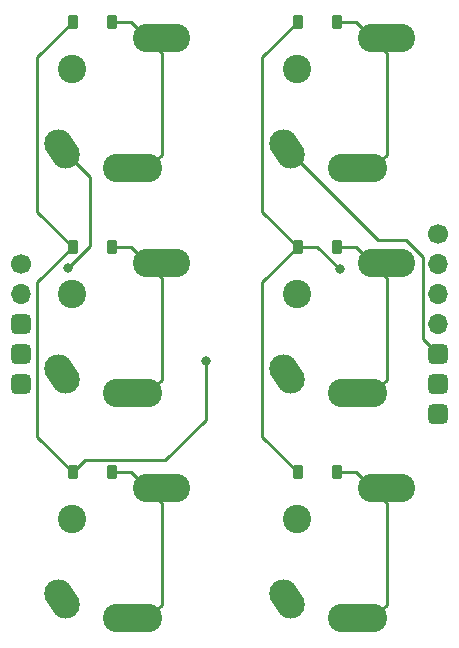
<source format=gbl>
G04 #@! TF.GenerationSoftware,KiCad,Pcbnew,7.0.5*
G04 #@! TF.CreationDate,2023-07-24T08:23:29+08:00*
G04 #@! TF.ProjectId,LA,4c412e6b-6963-4616-945f-706362585858,rev?*
G04 #@! TF.SameCoordinates,Original*
G04 #@! TF.FileFunction,Copper,L2,Bot*
G04 #@! TF.FilePolarity,Positive*
%FSLAX46Y46*%
G04 Gerber Fmt 4.6, Leading zero omitted, Abs format (unit mm)*
G04 Created by KiCad (PCBNEW 7.0.5) date 2023-07-24 08:23:29*
%MOMM*%
%LPD*%
G01*
G04 APERTURE LIST*
G04 Aperture macros list*
%AMRoundRect*
0 Rectangle with rounded corners*
0 $1 Rounding radius*
0 $2 $3 $4 $5 $6 $7 $8 $9 X,Y pos of 4 corners*
0 Add a 4 corners polygon primitive as box body*
4,1,4,$2,$3,$4,$5,$6,$7,$8,$9,$2,$3,0*
0 Add four circle primitives for the rounded corners*
1,1,$1+$1,$2,$3*
1,1,$1+$1,$4,$5*
1,1,$1+$1,$6,$7*
1,1,$1+$1,$8,$9*
0 Add four rect primitives between the rounded corners*
20,1,$1+$1,$2,$3,$4,$5,0*
20,1,$1+$1,$4,$5,$6,$7,0*
20,1,$1+$1,$6,$7,$8,$9,0*
20,1,$1+$1,$8,$9,$2,$3,0*%
%AMHorizOval*
0 Thick line with rounded ends*
0 $1 width*
0 $2 $3 position (X,Y) of the first rounded end (center of the circle)*
0 $4 $5 position (X,Y) of the second rounded end (center of the circle)*
0 Add line between two ends*
20,1,$1,$2,$3,$4,$5,0*
0 Add two circle primitives to create the rounded ends*
1,1,$1,$2,$3*
1,1,$1,$4,$5*%
%AMOutline4P*
0 Free polygon, 4 corners , with rotation*
0 The origin of the aperture is its center*
0 number of corners: always 4*
0 $1 to $8 corner X, Y*
0 $9 Rotation angle, in degrees counterclockwise*
0 create outline with 4 corners*
4,1,4,$1,$2,$3,$4,$5,$6,$7,$8,$1,$2,$9*%
G04 Aperture macros list end*
G04 #@! TA.AperFunction,ComponentPad*
%ADD10HorizOval,2.400000X-0.305164X0.457575X0.305164X-0.457575X0*%
G04 #@! TD*
G04 #@! TA.AperFunction,ComponentPad*
%ADD11C,2.400000*%
G04 #@! TD*
G04 #@! TA.AperFunction,SMDPad,CuDef*
%ADD12Outline4P,-1.150000X-1.200000X1.150000X-1.200000X1.150000X1.200000X-1.150000X1.200000X0.000000*%
G04 #@! TD*
G04 #@! TA.AperFunction,SMDPad,CuDef*
%ADD13Outline4P,-1.200000X-1.200000X1.200000X-1.200000X1.200000X1.200000X-1.200000X1.200000X0.000000*%
G04 #@! TD*
G04 #@! TA.AperFunction,ComponentPad*
%ADD14C,1.700000*%
G04 #@! TD*
G04 #@! TA.AperFunction,ComponentPad*
%ADD15O,1.700000X1.700000*%
G04 #@! TD*
G04 #@! TA.AperFunction,ComponentPad*
%ADD16RoundRect,0.425000X-0.425000X-0.425000X0.425000X-0.425000X0.425000X0.425000X-0.425000X0.425000X0*%
G04 #@! TD*
G04 #@! TA.AperFunction,SMDPad,CuDef*
%ADD17RoundRect,0.225000X-0.225000X-0.375000X0.225000X-0.375000X0.225000X0.375000X-0.225000X0.375000X0*%
G04 #@! TD*
G04 #@! TA.AperFunction,ViaPad*
%ADD18C,0.800000*%
G04 #@! TD*
G04 #@! TA.AperFunction,Conductor*
%ADD19C,0.250000*%
G04 #@! TD*
G04 APERTURE END LIST*
D10*
X137410000Y-58680000D03*
D11*
X138300000Y-51890000D03*
X142110000Y-60330000D03*
D12*
X143410000Y-60330000D03*
D11*
X144650000Y-49330000D03*
X144710000Y-60330000D03*
D13*
X145880000Y-49330000D03*
D11*
X147110000Y-49330000D03*
D10*
X118360000Y-58680000D03*
D11*
X119250000Y-51890000D03*
X123060000Y-60330000D03*
D12*
X124360000Y-60330000D03*
D11*
X125600000Y-49330000D03*
X125660000Y-60330000D03*
D13*
X126830000Y-49330000D03*
D11*
X128060000Y-49330000D03*
D14*
X150230000Y-65860000D03*
D15*
X150230000Y-68400000D03*
X150230000Y-70940000D03*
X150230000Y-73480000D03*
D16*
X150230000Y-76020000D03*
X150230000Y-78560000D03*
X150230000Y-81100000D03*
D10*
X118360000Y-96780000D03*
D11*
X119250000Y-89990000D03*
X123060000Y-98430000D03*
D12*
X124360000Y-98430000D03*
D11*
X125600000Y-87430000D03*
X125660000Y-98430000D03*
D13*
X126830000Y-87430000D03*
D11*
X128060000Y-87430000D03*
D10*
X137410000Y-77730000D03*
D11*
X138300000Y-70940000D03*
X142110000Y-79380000D03*
D12*
X143410000Y-79380000D03*
D11*
X144650000Y-68380000D03*
X144710000Y-79380000D03*
D13*
X145880000Y-68380000D03*
D11*
X147110000Y-68380000D03*
D10*
X137410000Y-96780000D03*
D11*
X138300000Y-89990000D03*
X142110000Y-98430000D03*
D12*
X143410000Y-98430000D03*
D11*
X144650000Y-87430000D03*
X144710000Y-98430000D03*
D13*
X145880000Y-87430000D03*
D11*
X147110000Y-87430000D03*
D10*
X118360000Y-77730000D03*
D11*
X119250000Y-70940000D03*
X123060000Y-79380000D03*
D12*
X124360000Y-79380000D03*
D11*
X125600000Y-68380000D03*
X125660000Y-79380000D03*
D13*
X126830000Y-68380000D03*
D11*
X128060000Y-68380000D03*
D14*
X114900000Y-68400000D03*
D15*
X114900000Y-70940000D03*
D16*
X114900000Y-73480000D03*
X114900000Y-76020000D03*
X114900000Y-78560000D03*
D17*
X119280000Y-66990000D03*
X122580000Y-66990000D03*
X138330000Y-86040000D03*
X141630000Y-86040000D03*
X119280000Y-86040000D03*
X122580000Y-86040000D03*
X119280000Y-47940000D03*
X122580000Y-47940000D03*
X138330000Y-66990000D03*
X141630000Y-66990000D03*
X138330000Y-47940000D03*
X141630000Y-47940000D03*
D18*
X141880000Y-68890000D03*
X130560000Y-76680000D03*
X118905518Y-68742299D03*
D19*
X126800000Y-59190000D02*
X125660000Y-60330000D01*
X125600000Y-49330000D02*
X126800000Y-50530000D01*
X124210000Y-47940000D02*
X125600000Y-49330000D01*
X126800000Y-50530000D02*
X126800000Y-59190000D01*
X122580000Y-47940000D02*
X124210000Y-47940000D01*
X145850000Y-59190000D02*
X144710000Y-60330000D01*
X141630000Y-47940000D02*
X143260000Y-47940000D01*
X144650000Y-49330000D02*
X145850000Y-50530000D01*
X145850000Y-50530000D02*
X145850000Y-59190000D01*
X143260000Y-47940000D02*
X144650000Y-49330000D01*
X125600000Y-68380000D02*
X126800000Y-69580000D01*
X122580000Y-66990000D02*
X124210000Y-66990000D01*
X124210000Y-66990000D02*
X125600000Y-68380000D01*
X126800000Y-78240000D02*
X125660000Y-79380000D01*
X126800000Y-69580000D02*
X126800000Y-78240000D01*
X144650000Y-68380000D02*
X145850000Y-69580000D01*
X145850000Y-78240000D02*
X144710000Y-79380000D01*
X143260000Y-66990000D02*
X144650000Y-68380000D01*
X141630000Y-66990000D02*
X143260000Y-66990000D01*
X145850000Y-69580000D02*
X145850000Y-78240000D01*
X126800000Y-88630000D02*
X126800000Y-97290000D01*
X124210000Y-86040000D02*
X125600000Y-87430000D01*
X122580000Y-86040000D02*
X124210000Y-86040000D01*
X126800000Y-97290000D02*
X125660000Y-98430000D01*
X125600000Y-87430000D02*
X126800000Y-88630000D01*
X145850000Y-97290000D02*
X144710000Y-98430000D01*
X144650000Y-87430000D02*
X145850000Y-88630000D01*
X145850000Y-88630000D02*
X145850000Y-97290000D01*
X141630000Y-86040000D02*
X143260000Y-86040000D01*
X143260000Y-86040000D02*
X144650000Y-87430000D01*
X135335000Y-50935000D02*
X135335000Y-63995000D01*
X135335000Y-69985000D02*
X135335000Y-83045000D01*
X138330000Y-47940000D02*
X135335000Y-50935000D01*
X135335000Y-83045000D02*
X138330000Y-86040000D01*
X139980000Y-66990000D02*
X138330000Y-66990000D01*
X138330000Y-66990000D02*
X135335000Y-69985000D01*
X135335000Y-63995000D02*
X138330000Y-66990000D01*
X141880000Y-68890000D02*
X139980000Y-66990000D01*
X116285000Y-83045000D02*
X119280000Y-86040000D01*
X119280000Y-47940000D02*
X116285000Y-50935000D01*
X119280000Y-66990000D02*
X116285000Y-69985000D01*
X116285000Y-69985000D02*
X116285000Y-83045000D01*
X116285000Y-63995000D02*
X119280000Y-66990000D01*
X120290000Y-85030000D02*
X119280000Y-86040000D01*
X116285000Y-50935000D02*
X116285000Y-63995000D01*
X130560000Y-81600000D02*
X127130000Y-85030000D01*
X127130000Y-85030000D02*
X120290000Y-85030000D01*
X130560000Y-76680000D02*
X130560000Y-81600000D01*
X120740000Y-66907817D02*
X120740000Y-61060000D01*
X145120000Y-66390000D02*
X147490000Y-66390000D01*
X147490000Y-66390000D02*
X148970000Y-67870000D01*
X148970000Y-67870000D02*
X148970000Y-74760000D01*
X120740000Y-61060000D02*
X118360000Y-58680000D01*
X148970000Y-74760000D02*
X150230000Y-76020000D01*
X118905518Y-68742299D02*
X120740000Y-66907817D01*
X137410000Y-58680000D02*
X145120000Y-66390000D01*
M02*

</source>
